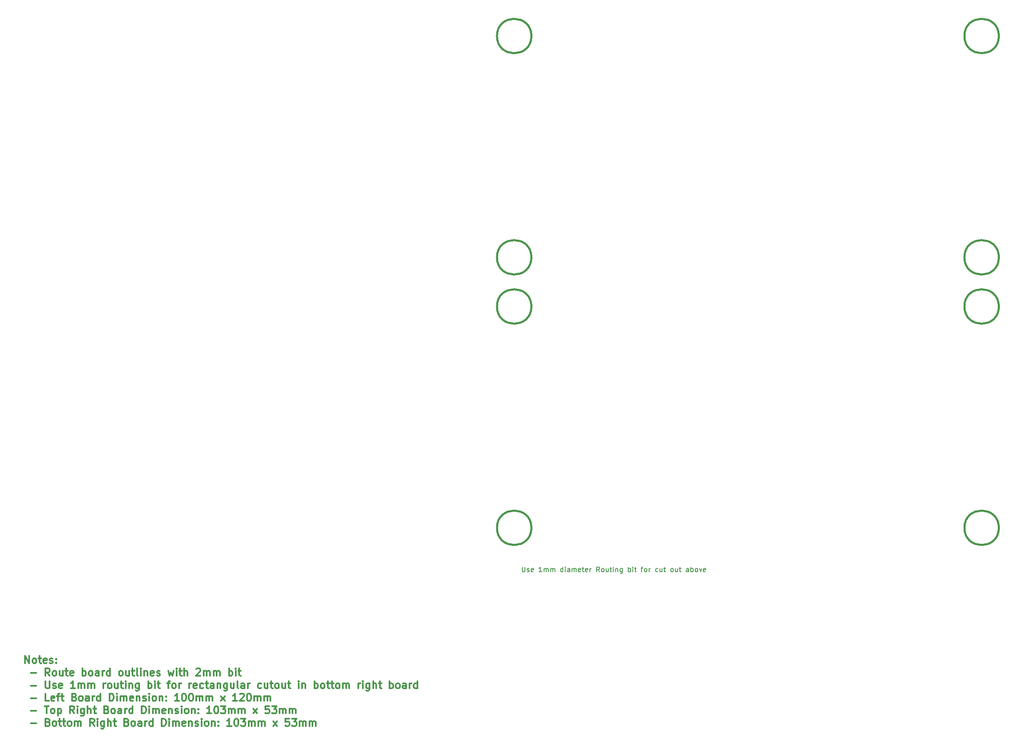
<source format=gbr>
G04 #@! TF.FileFunction,Other,Comment*
%FSLAX46Y46*%
G04 Gerber Fmt 4.6, Leading zero omitted, Abs format (unit mm)*
G04 Created by KiCad (PCBNEW 4.0.7-e2-6376~58~ubuntu16.04.1) date Wed Jun  6 08:16:23 2018*
%MOMM*%
%LPD*%
G01*
G04 APERTURE LIST*
%ADD10C,0.100000*%
%ADD11C,0.300000*%
%ADD12C,0.381000*%
%ADD13C,0.150000*%
G04 APERTURE END LIST*
D10*
D11*
X40607143Y-173803571D02*
X40607143Y-172303571D01*
X41464286Y-173803571D01*
X41464286Y-172303571D01*
X42392858Y-173803571D02*
X42250000Y-173732143D01*
X42178572Y-173660714D01*
X42107143Y-173517857D01*
X42107143Y-173089286D01*
X42178572Y-172946429D01*
X42250000Y-172875000D01*
X42392858Y-172803571D01*
X42607143Y-172803571D01*
X42750000Y-172875000D01*
X42821429Y-172946429D01*
X42892858Y-173089286D01*
X42892858Y-173517857D01*
X42821429Y-173660714D01*
X42750000Y-173732143D01*
X42607143Y-173803571D01*
X42392858Y-173803571D01*
X43321429Y-172803571D02*
X43892858Y-172803571D01*
X43535715Y-172303571D02*
X43535715Y-173589286D01*
X43607143Y-173732143D01*
X43750001Y-173803571D01*
X43892858Y-173803571D01*
X44964286Y-173732143D02*
X44821429Y-173803571D01*
X44535715Y-173803571D01*
X44392858Y-173732143D01*
X44321429Y-173589286D01*
X44321429Y-173017857D01*
X44392858Y-172875000D01*
X44535715Y-172803571D01*
X44821429Y-172803571D01*
X44964286Y-172875000D01*
X45035715Y-173017857D01*
X45035715Y-173160714D01*
X44321429Y-173303571D01*
X45607143Y-173732143D02*
X45750000Y-173803571D01*
X46035715Y-173803571D01*
X46178572Y-173732143D01*
X46250000Y-173589286D01*
X46250000Y-173517857D01*
X46178572Y-173375000D01*
X46035715Y-173303571D01*
X45821429Y-173303571D01*
X45678572Y-173232143D01*
X45607143Y-173089286D01*
X45607143Y-173017857D01*
X45678572Y-172875000D01*
X45821429Y-172803571D01*
X46035715Y-172803571D01*
X46178572Y-172875000D01*
X46892858Y-173660714D02*
X46964286Y-173732143D01*
X46892858Y-173803571D01*
X46821429Y-173732143D01*
X46892858Y-173660714D01*
X46892858Y-173803571D01*
X46892858Y-172875000D02*
X46964286Y-172946429D01*
X46892858Y-173017857D01*
X46821429Y-172946429D01*
X46892858Y-172875000D01*
X46892858Y-173017857D01*
X41750000Y-175782143D02*
X42892857Y-175782143D01*
X45607143Y-176353571D02*
X45107143Y-175639286D01*
X44750000Y-176353571D02*
X44750000Y-174853571D01*
X45321428Y-174853571D01*
X45464286Y-174925000D01*
X45535714Y-174996429D01*
X45607143Y-175139286D01*
X45607143Y-175353571D01*
X45535714Y-175496429D01*
X45464286Y-175567857D01*
X45321428Y-175639286D01*
X44750000Y-175639286D01*
X46464286Y-176353571D02*
X46321428Y-176282143D01*
X46250000Y-176210714D01*
X46178571Y-176067857D01*
X46178571Y-175639286D01*
X46250000Y-175496429D01*
X46321428Y-175425000D01*
X46464286Y-175353571D01*
X46678571Y-175353571D01*
X46821428Y-175425000D01*
X46892857Y-175496429D01*
X46964286Y-175639286D01*
X46964286Y-176067857D01*
X46892857Y-176210714D01*
X46821428Y-176282143D01*
X46678571Y-176353571D01*
X46464286Y-176353571D01*
X48250000Y-175353571D02*
X48250000Y-176353571D01*
X47607143Y-175353571D02*
X47607143Y-176139286D01*
X47678571Y-176282143D01*
X47821429Y-176353571D01*
X48035714Y-176353571D01*
X48178571Y-176282143D01*
X48250000Y-176210714D01*
X48750000Y-175353571D02*
X49321429Y-175353571D01*
X48964286Y-174853571D02*
X48964286Y-176139286D01*
X49035714Y-176282143D01*
X49178572Y-176353571D01*
X49321429Y-176353571D01*
X50392857Y-176282143D02*
X50250000Y-176353571D01*
X49964286Y-176353571D01*
X49821429Y-176282143D01*
X49750000Y-176139286D01*
X49750000Y-175567857D01*
X49821429Y-175425000D01*
X49964286Y-175353571D01*
X50250000Y-175353571D01*
X50392857Y-175425000D01*
X50464286Y-175567857D01*
X50464286Y-175710714D01*
X49750000Y-175853571D01*
X52250000Y-176353571D02*
X52250000Y-174853571D01*
X52250000Y-175425000D02*
X52392857Y-175353571D01*
X52678571Y-175353571D01*
X52821428Y-175425000D01*
X52892857Y-175496429D01*
X52964286Y-175639286D01*
X52964286Y-176067857D01*
X52892857Y-176210714D01*
X52821428Y-176282143D01*
X52678571Y-176353571D01*
X52392857Y-176353571D01*
X52250000Y-176282143D01*
X53821429Y-176353571D02*
X53678571Y-176282143D01*
X53607143Y-176210714D01*
X53535714Y-176067857D01*
X53535714Y-175639286D01*
X53607143Y-175496429D01*
X53678571Y-175425000D01*
X53821429Y-175353571D01*
X54035714Y-175353571D01*
X54178571Y-175425000D01*
X54250000Y-175496429D01*
X54321429Y-175639286D01*
X54321429Y-176067857D01*
X54250000Y-176210714D01*
X54178571Y-176282143D01*
X54035714Y-176353571D01*
X53821429Y-176353571D01*
X55607143Y-176353571D02*
X55607143Y-175567857D01*
X55535714Y-175425000D01*
X55392857Y-175353571D01*
X55107143Y-175353571D01*
X54964286Y-175425000D01*
X55607143Y-176282143D02*
X55464286Y-176353571D01*
X55107143Y-176353571D01*
X54964286Y-176282143D01*
X54892857Y-176139286D01*
X54892857Y-175996429D01*
X54964286Y-175853571D01*
X55107143Y-175782143D01*
X55464286Y-175782143D01*
X55607143Y-175710714D01*
X56321429Y-176353571D02*
X56321429Y-175353571D01*
X56321429Y-175639286D02*
X56392857Y-175496429D01*
X56464286Y-175425000D01*
X56607143Y-175353571D01*
X56750000Y-175353571D01*
X57892857Y-176353571D02*
X57892857Y-174853571D01*
X57892857Y-176282143D02*
X57750000Y-176353571D01*
X57464286Y-176353571D01*
X57321428Y-176282143D01*
X57250000Y-176210714D01*
X57178571Y-176067857D01*
X57178571Y-175639286D01*
X57250000Y-175496429D01*
X57321428Y-175425000D01*
X57464286Y-175353571D01*
X57750000Y-175353571D01*
X57892857Y-175425000D01*
X59964286Y-176353571D02*
X59821428Y-176282143D01*
X59750000Y-176210714D01*
X59678571Y-176067857D01*
X59678571Y-175639286D01*
X59750000Y-175496429D01*
X59821428Y-175425000D01*
X59964286Y-175353571D01*
X60178571Y-175353571D01*
X60321428Y-175425000D01*
X60392857Y-175496429D01*
X60464286Y-175639286D01*
X60464286Y-176067857D01*
X60392857Y-176210714D01*
X60321428Y-176282143D01*
X60178571Y-176353571D01*
X59964286Y-176353571D01*
X61750000Y-175353571D02*
X61750000Y-176353571D01*
X61107143Y-175353571D02*
X61107143Y-176139286D01*
X61178571Y-176282143D01*
X61321429Y-176353571D01*
X61535714Y-176353571D01*
X61678571Y-176282143D01*
X61750000Y-176210714D01*
X62250000Y-175353571D02*
X62821429Y-175353571D01*
X62464286Y-174853571D02*
X62464286Y-176139286D01*
X62535714Y-176282143D01*
X62678572Y-176353571D01*
X62821429Y-176353571D01*
X63535715Y-176353571D02*
X63392857Y-176282143D01*
X63321429Y-176139286D01*
X63321429Y-174853571D01*
X64107143Y-176353571D02*
X64107143Y-175353571D01*
X64107143Y-174853571D02*
X64035714Y-174925000D01*
X64107143Y-174996429D01*
X64178571Y-174925000D01*
X64107143Y-174853571D01*
X64107143Y-174996429D01*
X64821429Y-175353571D02*
X64821429Y-176353571D01*
X64821429Y-175496429D02*
X64892857Y-175425000D01*
X65035715Y-175353571D01*
X65250000Y-175353571D01*
X65392857Y-175425000D01*
X65464286Y-175567857D01*
X65464286Y-176353571D01*
X66750000Y-176282143D02*
X66607143Y-176353571D01*
X66321429Y-176353571D01*
X66178572Y-176282143D01*
X66107143Y-176139286D01*
X66107143Y-175567857D01*
X66178572Y-175425000D01*
X66321429Y-175353571D01*
X66607143Y-175353571D01*
X66750000Y-175425000D01*
X66821429Y-175567857D01*
X66821429Y-175710714D01*
X66107143Y-175853571D01*
X67392857Y-176282143D02*
X67535714Y-176353571D01*
X67821429Y-176353571D01*
X67964286Y-176282143D01*
X68035714Y-176139286D01*
X68035714Y-176067857D01*
X67964286Y-175925000D01*
X67821429Y-175853571D01*
X67607143Y-175853571D01*
X67464286Y-175782143D01*
X67392857Y-175639286D01*
X67392857Y-175567857D01*
X67464286Y-175425000D01*
X67607143Y-175353571D01*
X67821429Y-175353571D01*
X67964286Y-175425000D01*
X69678572Y-175353571D02*
X69964286Y-176353571D01*
X70250000Y-175639286D01*
X70535715Y-176353571D01*
X70821429Y-175353571D01*
X71392858Y-176353571D02*
X71392858Y-175353571D01*
X71392858Y-174853571D02*
X71321429Y-174925000D01*
X71392858Y-174996429D01*
X71464286Y-174925000D01*
X71392858Y-174853571D01*
X71392858Y-174996429D01*
X71892858Y-175353571D02*
X72464287Y-175353571D01*
X72107144Y-174853571D02*
X72107144Y-176139286D01*
X72178572Y-176282143D01*
X72321430Y-176353571D01*
X72464287Y-176353571D01*
X72964287Y-176353571D02*
X72964287Y-174853571D01*
X73607144Y-176353571D02*
X73607144Y-175567857D01*
X73535715Y-175425000D01*
X73392858Y-175353571D01*
X73178573Y-175353571D01*
X73035715Y-175425000D01*
X72964287Y-175496429D01*
X75392858Y-174996429D02*
X75464287Y-174925000D01*
X75607144Y-174853571D01*
X75964287Y-174853571D01*
X76107144Y-174925000D01*
X76178573Y-174996429D01*
X76250001Y-175139286D01*
X76250001Y-175282143D01*
X76178573Y-175496429D01*
X75321430Y-176353571D01*
X76250001Y-176353571D01*
X76892858Y-176353571D02*
X76892858Y-175353571D01*
X76892858Y-175496429D02*
X76964286Y-175425000D01*
X77107144Y-175353571D01*
X77321429Y-175353571D01*
X77464286Y-175425000D01*
X77535715Y-175567857D01*
X77535715Y-176353571D01*
X77535715Y-175567857D02*
X77607144Y-175425000D01*
X77750001Y-175353571D01*
X77964286Y-175353571D01*
X78107144Y-175425000D01*
X78178572Y-175567857D01*
X78178572Y-176353571D01*
X78892858Y-176353571D02*
X78892858Y-175353571D01*
X78892858Y-175496429D02*
X78964286Y-175425000D01*
X79107144Y-175353571D01*
X79321429Y-175353571D01*
X79464286Y-175425000D01*
X79535715Y-175567857D01*
X79535715Y-176353571D01*
X79535715Y-175567857D02*
X79607144Y-175425000D01*
X79750001Y-175353571D01*
X79964286Y-175353571D01*
X80107144Y-175425000D01*
X80178572Y-175567857D01*
X80178572Y-176353571D01*
X82035715Y-176353571D02*
X82035715Y-174853571D01*
X82035715Y-175425000D02*
X82178572Y-175353571D01*
X82464286Y-175353571D01*
X82607143Y-175425000D01*
X82678572Y-175496429D01*
X82750001Y-175639286D01*
X82750001Y-176067857D01*
X82678572Y-176210714D01*
X82607143Y-176282143D01*
X82464286Y-176353571D01*
X82178572Y-176353571D01*
X82035715Y-176282143D01*
X83392858Y-176353571D02*
X83392858Y-175353571D01*
X83392858Y-174853571D02*
X83321429Y-174925000D01*
X83392858Y-174996429D01*
X83464286Y-174925000D01*
X83392858Y-174853571D01*
X83392858Y-174996429D01*
X83892858Y-175353571D02*
X84464287Y-175353571D01*
X84107144Y-174853571D02*
X84107144Y-176139286D01*
X84178572Y-176282143D01*
X84321430Y-176353571D01*
X84464287Y-176353571D01*
X41750000Y-178332143D02*
X42892857Y-178332143D01*
X44750000Y-177403571D02*
X44750000Y-178617857D01*
X44821428Y-178760714D01*
X44892857Y-178832143D01*
X45035714Y-178903571D01*
X45321428Y-178903571D01*
X45464286Y-178832143D01*
X45535714Y-178760714D01*
X45607143Y-178617857D01*
X45607143Y-177403571D01*
X46250000Y-178832143D02*
X46392857Y-178903571D01*
X46678572Y-178903571D01*
X46821429Y-178832143D01*
X46892857Y-178689286D01*
X46892857Y-178617857D01*
X46821429Y-178475000D01*
X46678572Y-178403571D01*
X46464286Y-178403571D01*
X46321429Y-178332143D01*
X46250000Y-178189286D01*
X46250000Y-178117857D01*
X46321429Y-177975000D01*
X46464286Y-177903571D01*
X46678572Y-177903571D01*
X46821429Y-177975000D01*
X48107143Y-178832143D02*
X47964286Y-178903571D01*
X47678572Y-178903571D01*
X47535715Y-178832143D01*
X47464286Y-178689286D01*
X47464286Y-178117857D01*
X47535715Y-177975000D01*
X47678572Y-177903571D01*
X47964286Y-177903571D01*
X48107143Y-177975000D01*
X48178572Y-178117857D01*
X48178572Y-178260714D01*
X47464286Y-178403571D01*
X50750000Y-178903571D02*
X49892857Y-178903571D01*
X50321429Y-178903571D02*
X50321429Y-177403571D01*
X50178572Y-177617857D01*
X50035714Y-177760714D01*
X49892857Y-177832143D01*
X51392857Y-178903571D02*
X51392857Y-177903571D01*
X51392857Y-178046429D02*
X51464285Y-177975000D01*
X51607143Y-177903571D01*
X51821428Y-177903571D01*
X51964285Y-177975000D01*
X52035714Y-178117857D01*
X52035714Y-178903571D01*
X52035714Y-178117857D02*
X52107143Y-177975000D01*
X52250000Y-177903571D01*
X52464285Y-177903571D01*
X52607143Y-177975000D01*
X52678571Y-178117857D01*
X52678571Y-178903571D01*
X53392857Y-178903571D02*
X53392857Y-177903571D01*
X53392857Y-178046429D02*
X53464285Y-177975000D01*
X53607143Y-177903571D01*
X53821428Y-177903571D01*
X53964285Y-177975000D01*
X54035714Y-178117857D01*
X54035714Y-178903571D01*
X54035714Y-178117857D02*
X54107143Y-177975000D01*
X54250000Y-177903571D01*
X54464285Y-177903571D01*
X54607143Y-177975000D01*
X54678571Y-178117857D01*
X54678571Y-178903571D01*
X56535714Y-178903571D02*
X56535714Y-177903571D01*
X56535714Y-178189286D02*
X56607142Y-178046429D01*
X56678571Y-177975000D01*
X56821428Y-177903571D01*
X56964285Y-177903571D01*
X57678571Y-178903571D02*
X57535713Y-178832143D01*
X57464285Y-178760714D01*
X57392856Y-178617857D01*
X57392856Y-178189286D01*
X57464285Y-178046429D01*
X57535713Y-177975000D01*
X57678571Y-177903571D01*
X57892856Y-177903571D01*
X58035713Y-177975000D01*
X58107142Y-178046429D01*
X58178571Y-178189286D01*
X58178571Y-178617857D01*
X58107142Y-178760714D01*
X58035713Y-178832143D01*
X57892856Y-178903571D01*
X57678571Y-178903571D01*
X59464285Y-177903571D02*
X59464285Y-178903571D01*
X58821428Y-177903571D02*
X58821428Y-178689286D01*
X58892856Y-178832143D01*
X59035714Y-178903571D01*
X59249999Y-178903571D01*
X59392856Y-178832143D01*
X59464285Y-178760714D01*
X59964285Y-177903571D02*
X60535714Y-177903571D01*
X60178571Y-177403571D02*
X60178571Y-178689286D01*
X60249999Y-178832143D01*
X60392857Y-178903571D01*
X60535714Y-178903571D01*
X61035714Y-178903571D02*
X61035714Y-177903571D01*
X61035714Y-177403571D02*
X60964285Y-177475000D01*
X61035714Y-177546429D01*
X61107142Y-177475000D01*
X61035714Y-177403571D01*
X61035714Y-177546429D01*
X61750000Y-177903571D02*
X61750000Y-178903571D01*
X61750000Y-178046429D02*
X61821428Y-177975000D01*
X61964286Y-177903571D01*
X62178571Y-177903571D01*
X62321428Y-177975000D01*
X62392857Y-178117857D01*
X62392857Y-178903571D01*
X63750000Y-177903571D02*
X63750000Y-179117857D01*
X63678571Y-179260714D01*
X63607143Y-179332143D01*
X63464286Y-179403571D01*
X63250000Y-179403571D01*
X63107143Y-179332143D01*
X63750000Y-178832143D02*
X63607143Y-178903571D01*
X63321429Y-178903571D01*
X63178571Y-178832143D01*
X63107143Y-178760714D01*
X63035714Y-178617857D01*
X63035714Y-178189286D01*
X63107143Y-178046429D01*
X63178571Y-177975000D01*
X63321429Y-177903571D01*
X63607143Y-177903571D01*
X63750000Y-177975000D01*
X65607143Y-178903571D02*
X65607143Y-177403571D01*
X65607143Y-177975000D02*
X65750000Y-177903571D01*
X66035714Y-177903571D01*
X66178571Y-177975000D01*
X66250000Y-178046429D01*
X66321429Y-178189286D01*
X66321429Y-178617857D01*
X66250000Y-178760714D01*
X66178571Y-178832143D01*
X66035714Y-178903571D01*
X65750000Y-178903571D01*
X65607143Y-178832143D01*
X66964286Y-178903571D02*
X66964286Y-177903571D01*
X66964286Y-177403571D02*
X66892857Y-177475000D01*
X66964286Y-177546429D01*
X67035714Y-177475000D01*
X66964286Y-177403571D01*
X66964286Y-177546429D01*
X67464286Y-177903571D02*
X68035715Y-177903571D01*
X67678572Y-177403571D02*
X67678572Y-178689286D01*
X67750000Y-178832143D01*
X67892858Y-178903571D01*
X68035715Y-178903571D01*
X69464286Y-177903571D02*
X70035715Y-177903571D01*
X69678572Y-178903571D02*
X69678572Y-177617857D01*
X69750000Y-177475000D01*
X69892858Y-177403571D01*
X70035715Y-177403571D01*
X70750001Y-178903571D02*
X70607143Y-178832143D01*
X70535715Y-178760714D01*
X70464286Y-178617857D01*
X70464286Y-178189286D01*
X70535715Y-178046429D01*
X70607143Y-177975000D01*
X70750001Y-177903571D01*
X70964286Y-177903571D01*
X71107143Y-177975000D01*
X71178572Y-178046429D01*
X71250001Y-178189286D01*
X71250001Y-178617857D01*
X71178572Y-178760714D01*
X71107143Y-178832143D01*
X70964286Y-178903571D01*
X70750001Y-178903571D01*
X71892858Y-178903571D02*
X71892858Y-177903571D01*
X71892858Y-178189286D02*
X71964286Y-178046429D01*
X72035715Y-177975000D01*
X72178572Y-177903571D01*
X72321429Y-177903571D01*
X73964286Y-178903571D02*
X73964286Y-177903571D01*
X73964286Y-178189286D02*
X74035714Y-178046429D01*
X74107143Y-177975000D01*
X74250000Y-177903571D01*
X74392857Y-177903571D01*
X75464285Y-178832143D02*
X75321428Y-178903571D01*
X75035714Y-178903571D01*
X74892857Y-178832143D01*
X74821428Y-178689286D01*
X74821428Y-178117857D01*
X74892857Y-177975000D01*
X75035714Y-177903571D01*
X75321428Y-177903571D01*
X75464285Y-177975000D01*
X75535714Y-178117857D01*
X75535714Y-178260714D01*
X74821428Y-178403571D01*
X76821428Y-178832143D02*
X76678571Y-178903571D01*
X76392857Y-178903571D01*
X76249999Y-178832143D01*
X76178571Y-178760714D01*
X76107142Y-178617857D01*
X76107142Y-178189286D01*
X76178571Y-178046429D01*
X76249999Y-177975000D01*
X76392857Y-177903571D01*
X76678571Y-177903571D01*
X76821428Y-177975000D01*
X77249999Y-177903571D02*
X77821428Y-177903571D01*
X77464285Y-177403571D02*
X77464285Y-178689286D01*
X77535713Y-178832143D01*
X77678571Y-178903571D01*
X77821428Y-178903571D01*
X78964285Y-178903571D02*
X78964285Y-178117857D01*
X78892856Y-177975000D01*
X78749999Y-177903571D01*
X78464285Y-177903571D01*
X78321428Y-177975000D01*
X78964285Y-178832143D02*
X78821428Y-178903571D01*
X78464285Y-178903571D01*
X78321428Y-178832143D01*
X78249999Y-178689286D01*
X78249999Y-178546429D01*
X78321428Y-178403571D01*
X78464285Y-178332143D01*
X78821428Y-178332143D01*
X78964285Y-178260714D01*
X79678571Y-177903571D02*
X79678571Y-178903571D01*
X79678571Y-178046429D02*
X79749999Y-177975000D01*
X79892857Y-177903571D01*
X80107142Y-177903571D01*
X80249999Y-177975000D01*
X80321428Y-178117857D01*
X80321428Y-178903571D01*
X81678571Y-177903571D02*
X81678571Y-179117857D01*
X81607142Y-179260714D01*
X81535714Y-179332143D01*
X81392857Y-179403571D01*
X81178571Y-179403571D01*
X81035714Y-179332143D01*
X81678571Y-178832143D02*
X81535714Y-178903571D01*
X81250000Y-178903571D01*
X81107142Y-178832143D01*
X81035714Y-178760714D01*
X80964285Y-178617857D01*
X80964285Y-178189286D01*
X81035714Y-178046429D01*
X81107142Y-177975000D01*
X81250000Y-177903571D01*
X81535714Y-177903571D01*
X81678571Y-177975000D01*
X83035714Y-177903571D02*
X83035714Y-178903571D01*
X82392857Y-177903571D02*
X82392857Y-178689286D01*
X82464285Y-178832143D01*
X82607143Y-178903571D01*
X82821428Y-178903571D01*
X82964285Y-178832143D01*
X83035714Y-178760714D01*
X83964286Y-178903571D02*
X83821428Y-178832143D01*
X83750000Y-178689286D01*
X83750000Y-177403571D01*
X85178571Y-178903571D02*
X85178571Y-178117857D01*
X85107142Y-177975000D01*
X84964285Y-177903571D01*
X84678571Y-177903571D01*
X84535714Y-177975000D01*
X85178571Y-178832143D02*
X85035714Y-178903571D01*
X84678571Y-178903571D01*
X84535714Y-178832143D01*
X84464285Y-178689286D01*
X84464285Y-178546429D01*
X84535714Y-178403571D01*
X84678571Y-178332143D01*
X85035714Y-178332143D01*
X85178571Y-178260714D01*
X85892857Y-178903571D02*
X85892857Y-177903571D01*
X85892857Y-178189286D02*
X85964285Y-178046429D01*
X86035714Y-177975000D01*
X86178571Y-177903571D01*
X86321428Y-177903571D01*
X88607142Y-178832143D02*
X88464285Y-178903571D01*
X88178571Y-178903571D01*
X88035713Y-178832143D01*
X87964285Y-178760714D01*
X87892856Y-178617857D01*
X87892856Y-178189286D01*
X87964285Y-178046429D01*
X88035713Y-177975000D01*
X88178571Y-177903571D01*
X88464285Y-177903571D01*
X88607142Y-177975000D01*
X89892856Y-177903571D02*
X89892856Y-178903571D01*
X89249999Y-177903571D02*
X89249999Y-178689286D01*
X89321427Y-178832143D01*
X89464285Y-178903571D01*
X89678570Y-178903571D01*
X89821427Y-178832143D01*
X89892856Y-178760714D01*
X90392856Y-177903571D02*
X90964285Y-177903571D01*
X90607142Y-177403571D02*
X90607142Y-178689286D01*
X90678570Y-178832143D01*
X90821428Y-178903571D01*
X90964285Y-178903571D01*
X91678571Y-178903571D02*
X91535713Y-178832143D01*
X91464285Y-178760714D01*
X91392856Y-178617857D01*
X91392856Y-178189286D01*
X91464285Y-178046429D01*
X91535713Y-177975000D01*
X91678571Y-177903571D01*
X91892856Y-177903571D01*
X92035713Y-177975000D01*
X92107142Y-178046429D01*
X92178571Y-178189286D01*
X92178571Y-178617857D01*
X92107142Y-178760714D01*
X92035713Y-178832143D01*
X91892856Y-178903571D01*
X91678571Y-178903571D01*
X93464285Y-177903571D02*
X93464285Y-178903571D01*
X92821428Y-177903571D02*
X92821428Y-178689286D01*
X92892856Y-178832143D01*
X93035714Y-178903571D01*
X93249999Y-178903571D01*
X93392856Y-178832143D01*
X93464285Y-178760714D01*
X93964285Y-177903571D02*
X94535714Y-177903571D01*
X94178571Y-177403571D02*
X94178571Y-178689286D01*
X94249999Y-178832143D01*
X94392857Y-178903571D01*
X94535714Y-178903571D01*
X96178571Y-178903571D02*
X96178571Y-177903571D01*
X96178571Y-177403571D02*
X96107142Y-177475000D01*
X96178571Y-177546429D01*
X96249999Y-177475000D01*
X96178571Y-177403571D01*
X96178571Y-177546429D01*
X96892857Y-177903571D02*
X96892857Y-178903571D01*
X96892857Y-178046429D02*
X96964285Y-177975000D01*
X97107143Y-177903571D01*
X97321428Y-177903571D01*
X97464285Y-177975000D01*
X97535714Y-178117857D01*
X97535714Y-178903571D01*
X99392857Y-178903571D02*
X99392857Y-177403571D01*
X99392857Y-177975000D02*
X99535714Y-177903571D01*
X99821428Y-177903571D01*
X99964285Y-177975000D01*
X100035714Y-178046429D01*
X100107143Y-178189286D01*
X100107143Y-178617857D01*
X100035714Y-178760714D01*
X99964285Y-178832143D01*
X99821428Y-178903571D01*
X99535714Y-178903571D01*
X99392857Y-178832143D01*
X100964286Y-178903571D02*
X100821428Y-178832143D01*
X100750000Y-178760714D01*
X100678571Y-178617857D01*
X100678571Y-178189286D01*
X100750000Y-178046429D01*
X100821428Y-177975000D01*
X100964286Y-177903571D01*
X101178571Y-177903571D01*
X101321428Y-177975000D01*
X101392857Y-178046429D01*
X101464286Y-178189286D01*
X101464286Y-178617857D01*
X101392857Y-178760714D01*
X101321428Y-178832143D01*
X101178571Y-178903571D01*
X100964286Y-178903571D01*
X101892857Y-177903571D02*
X102464286Y-177903571D01*
X102107143Y-177403571D02*
X102107143Y-178689286D01*
X102178571Y-178832143D01*
X102321429Y-178903571D01*
X102464286Y-178903571D01*
X102750000Y-177903571D02*
X103321429Y-177903571D01*
X102964286Y-177403571D02*
X102964286Y-178689286D01*
X103035714Y-178832143D01*
X103178572Y-178903571D01*
X103321429Y-178903571D01*
X104035715Y-178903571D02*
X103892857Y-178832143D01*
X103821429Y-178760714D01*
X103750000Y-178617857D01*
X103750000Y-178189286D01*
X103821429Y-178046429D01*
X103892857Y-177975000D01*
X104035715Y-177903571D01*
X104250000Y-177903571D01*
X104392857Y-177975000D01*
X104464286Y-178046429D01*
X104535715Y-178189286D01*
X104535715Y-178617857D01*
X104464286Y-178760714D01*
X104392857Y-178832143D01*
X104250000Y-178903571D01*
X104035715Y-178903571D01*
X105178572Y-178903571D02*
X105178572Y-177903571D01*
X105178572Y-178046429D02*
X105250000Y-177975000D01*
X105392858Y-177903571D01*
X105607143Y-177903571D01*
X105750000Y-177975000D01*
X105821429Y-178117857D01*
X105821429Y-178903571D01*
X105821429Y-178117857D02*
X105892858Y-177975000D01*
X106035715Y-177903571D01*
X106250000Y-177903571D01*
X106392858Y-177975000D01*
X106464286Y-178117857D01*
X106464286Y-178903571D01*
X108321429Y-178903571D02*
X108321429Y-177903571D01*
X108321429Y-178189286D02*
X108392857Y-178046429D01*
X108464286Y-177975000D01*
X108607143Y-177903571D01*
X108750000Y-177903571D01*
X109250000Y-178903571D02*
X109250000Y-177903571D01*
X109250000Y-177403571D02*
X109178571Y-177475000D01*
X109250000Y-177546429D01*
X109321428Y-177475000D01*
X109250000Y-177403571D01*
X109250000Y-177546429D01*
X110607143Y-177903571D02*
X110607143Y-179117857D01*
X110535714Y-179260714D01*
X110464286Y-179332143D01*
X110321429Y-179403571D01*
X110107143Y-179403571D01*
X109964286Y-179332143D01*
X110607143Y-178832143D02*
X110464286Y-178903571D01*
X110178572Y-178903571D01*
X110035714Y-178832143D01*
X109964286Y-178760714D01*
X109892857Y-178617857D01*
X109892857Y-178189286D01*
X109964286Y-178046429D01*
X110035714Y-177975000D01*
X110178572Y-177903571D01*
X110464286Y-177903571D01*
X110607143Y-177975000D01*
X111321429Y-178903571D02*
X111321429Y-177403571D01*
X111964286Y-178903571D02*
X111964286Y-178117857D01*
X111892857Y-177975000D01*
X111750000Y-177903571D01*
X111535715Y-177903571D01*
X111392857Y-177975000D01*
X111321429Y-178046429D01*
X112464286Y-177903571D02*
X113035715Y-177903571D01*
X112678572Y-177403571D02*
X112678572Y-178689286D01*
X112750000Y-178832143D01*
X112892858Y-178903571D01*
X113035715Y-178903571D01*
X114678572Y-178903571D02*
X114678572Y-177403571D01*
X114678572Y-177975000D02*
X114821429Y-177903571D01*
X115107143Y-177903571D01*
X115250000Y-177975000D01*
X115321429Y-178046429D01*
X115392858Y-178189286D01*
X115392858Y-178617857D01*
X115321429Y-178760714D01*
X115250000Y-178832143D01*
X115107143Y-178903571D01*
X114821429Y-178903571D01*
X114678572Y-178832143D01*
X116250001Y-178903571D02*
X116107143Y-178832143D01*
X116035715Y-178760714D01*
X115964286Y-178617857D01*
X115964286Y-178189286D01*
X116035715Y-178046429D01*
X116107143Y-177975000D01*
X116250001Y-177903571D01*
X116464286Y-177903571D01*
X116607143Y-177975000D01*
X116678572Y-178046429D01*
X116750001Y-178189286D01*
X116750001Y-178617857D01*
X116678572Y-178760714D01*
X116607143Y-178832143D01*
X116464286Y-178903571D01*
X116250001Y-178903571D01*
X118035715Y-178903571D02*
X118035715Y-178117857D01*
X117964286Y-177975000D01*
X117821429Y-177903571D01*
X117535715Y-177903571D01*
X117392858Y-177975000D01*
X118035715Y-178832143D02*
X117892858Y-178903571D01*
X117535715Y-178903571D01*
X117392858Y-178832143D01*
X117321429Y-178689286D01*
X117321429Y-178546429D01*
X117392858Y-178403571D01*
X117535715Y-178332143D01*
X117892858Y-178332143D01*
X118035715Y-178260714D01*
X118750001Y-178903571D02*
X118750001Y-177903571D01*
X118750001Y-178189286D02*
X118821429Y-178046429D01*
X118892858Y-177975000D01*
X119035715Y-177903571D01*
X119178572Y-177903571D01*
X120321429Y-178903571D02*
X120321429Y-177403571D01*
X120321429Y-178832143D02*
X120178572Y-178903571D01*
X119892858Y-178903571D01*
X119750000Y-178832143D01*
X119678572Y-178760714D01*
X119607143Y-178617857D01*
X119607143Y-178189286D01*
X119678572Y-178046429D01*
X119750000Y-177975000D01*
X119892858Y-177903571D01*
X120178572Y-177903571D01*
X120321429Y-177975000D01*
X41750000Y-180882143D02*
X42892857Y-180882143D01*
X45464286Y-181453571D02*
X44750000Y-181453571D01*
X44750000Y-179953571D01*
X46535714Y-181382143D02*
X46392857Y-181453571D01*
X46107143Y-181453571D01*
X45964286Y-181382143D01*
X45892857Y-181239286D01*
X45892857Y-180667857D01*
X45964286Y-180525000D01*
X46107143Y-180453571D01*
X46392857Y-180453571D01*
X46535714Y-180525000D01*
X46607143Y-180667857D01*
X46607143Y-180810714D01*
X45892857Y-180953571D01*
X47035714Y-180453571D02*
X47607143Y-180453571D01*
X47250000Y-181453571D02*
X47250000Y-180167857D01*
X47321428Y-180025000D01*
X47464286Y-179953571D01*
X47607143Y-179953571D01*
X47892857Y-180453571D02*
X48464286Y-180453571D01*
X48107143Y-179953571D02*
X48107143Y-181239286D01*
X48178571Y-181382143D01*
X48321429Y-181453571D01*
X48464286Y-181453571D01*
X50607143Y-180667857D02*
X50821429Y-180739286D01*
X50892857Y-180810714D01*
X50964286Y-180953571D01*
X50964286Y-181167857D01*
X50892857Y-181310714D01*
X50821429Y-181382143D01*
X50678571Y-181453571D01*
X50107143Y-181453571D01*
X50107143Y-179953571D01*
X50607143Y-179953571D01*
X50750000Y-180025000D01*
X50821429Y-180096429D01*
X50892857Y-180239286D01*
X50892857Y-180382143D01*
X50821429Y-180525000D01*
X50750000Y-180596429D01*
X50607143Y-180667857D01*
X50107143Y-180667857D01*
X51821429Y-181453571D02*
X51678571Y-181382143D01*
X51607143Y-181310714D01*
X51535714Y-181167857D01*
X51535714Y-180739286D01*
X51607143Y-180596429D01*
X51678571Y-180525000D01*
X51821429Y-180453571D01*
X52035714Y-180453571D01*
X52178571Y-180525000D01*
X52250000Y-180596429D01*
X52321429Y-180739286D01*
X52321429Y-181167857D01*
X52250000Y-181310714D01*
X52178571Y-181382143D01*
X52035714Y-181453571D01*
X51821429Y-181453571D01*
X53607143Y-181453571D02*
X53607143Y-180667857D01*
X53535714Y-180525000D01*
X53392857Y-180453571D01*
X53107143Y-180453571D01*
X52964286Y-180525000D01*
X53607143Y-181382143D02*
X53464286Y-181453571D01*
X53107143Y-181453571D01*
X52964286Y-181382143D01*
X52892857Y-181239286D01*
X52892857Y-181096429D01*
X52964286Y-180953571D01*
X53107143Y-180882143D01*
X53464286Y-180882143D01*
X53607143Y-180810714D01*
X54321429Y-181453571D02*
X54321429Y-180453571D01*
X54321429Y-180739286D02*
X54392857Y-180596429D01*
X54464286Y-180525000D01*
X54607143Y-180453571D01*
X54750000Y-180453571D01*
X55892857Y-181453571D02*
X55892857Y-179953571D01*
X55892857Y-181382143D02*
X55750000Y-181453571D01*
X55464286Y-181453571D01*
X55321428Y-181382143D01*
X55250000Y-181310714D01*
X55178571Y-181167857D01*
X55178571Y-180739286D01*
X55250000Y-180596429D01*
X55321428Y-180525000D01*
X55464286Y-180453571D01*
X55750000Y-180453571D01*
X55892857Y-180525000D01*
X57750000Y-181453571D02*
X57750000Y-179953571D01*
X58107143Y-179953571D01*
X58321428Y-180025000D01*
X58464286Y-180167857D01*
X58535714Y-180310714D01*
X58607143Y-180596429D01*
X58607143Y-180810714D01*
X58535714Y-181096429D01*
X58464286Y-181239286D01*
X58321428Y-181382143D01*
X58107143Y-181453571D01*
X57750000Y-181453571D01*
X59250000Y-181453571D02*
X59250000Y-180453571D01*
X59250000Y-179953571D02*
X59178571Y-180025000D01*
X59250000Y-180096429D01*
X59321428Y-180025000D01*
X59250000Y-179953571D01*
X59250000Y-180096429D01*
X59964286Y-181453571D02*
X59964286Y-180453571D01*
X59964286Y-180596429D02*
X60035714Y-180525000D01*
X60178572Y-180453571D01*
X60392857Y-180453571D01*
X60535714Y-180525000D01*
X60607143Y-180667857D01*
X60607143Y-181453571D01*
X60607143Y-180667857D02*
X60678572Y-180525000D01*
X60821429Y-180453571D01*
X61035714Y-180453571D01*
X61178572Y-180525000D01*
X61250000Y-180667857D01*
X61250000Y-181453571D01*
X62535714Y-181382143D02*
X62392857Y-181453571D01*
X62107143Y-181453571D01*
X61964286Y-181382143D01*
X61892857Y-181239286D01*
X61892857Y-180667857D01*
X61964286Y-180525000D01*
X62107143Y-180453571D01*
X62392857Y-180453571D01*
X62535714Y-180525000D01*
X62607143Y-180667857D01*
X62607143Y-180810714D01*
X61892857Y-180953571D01*
X63250000Y-180453571D02*
X63250000Y-181453571D01*
X63250000Y-180596429D02*
X63321428Y-180525000D01*
X63464286Y-180453571D01*
X63678571Y-180453571D01*
X63821428Y-180525000D01*
X63892857Y-180667857D01*
X63892857Y-181453571D01*
X64535714Y-181382143D02*
X64678571Y-181453571D01*
X64964286Y-181453571D01*
X65107143Y-181382143D01*
X65178571Y-181239286D01*
X65178571Y-181167857D01*
X65107143Y-181025000D01*
X64964286Y-180953571D01*
X64750000Y-180953571D01*
X64607143Y-180882143D01*
X64535714Y-180739286D01*
X64535714Y-180667857D01*
X64607143Y-180525000D01*
X64750000Y-180453571D01*
X64964286Y-180453571D01*
X65107143Y-180525000D01*
X65821429Y-181453571D02*
X65821429Y-180453571D01*
X65821429Y-179953571D02*
X65750000Y-180025000D01*
X65821429Y-180096429D01*
X65892857Y-180025000D01*
X65821429Y-179953571D01*
X65821429Y-180096429D01*
X66750001Y-181453571D02*
X66607143Y-181382143D01*
X66535715Y-181310714D01*
X66464286Y-181167857D01*
X66464286Y-180739286D01*
X66535715Y-180596429D01*
X66607143Y-180525000D01*
X66750001Y-180453571D01*
X66964286Y-180453571D01*
X67107143Y-180525000D01*
X67178572Y-180596429D01*
X67250001Y-180739286D01*
X67250001Y-181167857D01*
X67178572Y-181310714D01*
X67107143Y-181382143D01*
X66964286Y-181453571D01*
X66750001Y-181453571D01*
X67892858Y-180453571D02*
X67892858Y-181453571D01*
X67892858Y-180596429D02*
X67964286Y-180525000D01*
X68107144Y-180453571D01*
X68321429Y-180453571D01*
X68464286Y-180525000D01*
X68535715Y-180667857D01*
X68535715Y-181453571D01*
X69250001Y-181310714D02*
X69321429Y-181382143D01*
X69250001Y-181453571D01*
X69178572Y-181382143D01*
X69250001Y-181310714D01*
X69250001Y-181453571D01*
X69250001Y-180525000D02*
X69321429Y-180596429D01*
X69250001Y-180667857D01*
X69178572Y-180596429D01*
X69250001Y-180525000D01*
X69250001Y-180667857D01*
X71892858Y-181453571D02*
X71035715Y-181453571D01*
X71464287Y-181453571D02*
X71464287Y-179953571D01*
X71321430Y-180167857D01*
X71178572Y-180310714D01*
X71035715Y-180382143D01*
X72821429Y-179953571D02*
X72964286Y-179953571D01*
X73107143Y-180025000D01*
X73178572Y-180096429D01*
X73250001Y-180239286D01*
X73321429Y-180525000D01*
X73321429Y-180882143D01*
X73250001Y-181167857D01*
X73178572Y-181310714D01*
X73107143Y-181382143D01*
X72964286Y-181453571D01*
X72821429Y-181453571D01*
X72678572Y-181382143D01*
X72607143Y-181310714D01*
X72535715Y-181167857D01*
X72464286Y-180882143D01*
X72464286Y-180525000D01*
X72535715Y-180239286D01*
X72607143Y-180096429D01*
X72678572Y-180025000D01*
X72821429Y-179953571D01*
X74250000Y-179953571D02*
X74392857Y-179953571D01*
X74535714Y-180025000D01*
X74607143Y-180096429D01*
X74678572Y-180239286D01*
X74750000Y-180525000D01*
X74750000Y-180882143D01*
X74678572Y-181167857D01*
X74607143Y-181310714D01*
X74535714Y-181382143D01*
X74392857Y-181453571D01*
X74250000Y-181453571D01*
X74107143Y-181382143D01*
X74035714Y-181310714D01*
X73964286Y-181167857D01*
X73892857Y-180882143D01*
X73892857Y-180525000D01*
X73964286Y-180239286D01*
X74035714Y-180096429D01*
X74107143Y-180025000D01*
X74250000Y-179953571D01*
X75392857Y-181453571D02*
X75392857Y-180453571D01*
X75392857Y-180596429D02*
X75464285Y-180525000D01*
X75607143Y-180453571D01*
X75821428Y-180453571D01*
X75964285Y-180525000D01*
X76035714Y-180667857D01*
X76035714Y-181453571D01*
X76035714Y-180667857D02*
X76107143Y-180525000D01*
X76250000Y-180453571D01*
X76464285Y-180453571D01*
X76607143Y-180525000D01*
X76678571Y-180667857D01*
X76678571Y-181453571D01*
X77392857Y-181453571D02*
X77392857Y-180453571D01*
X77392857Y-180596429D02*
X77464285Y-180525000D01*
X77607143Y-180453571D01*
X77821428Y-180453571D01*
X77964285Y-180525000D01*
X78035714Y-180667857D01*
X78035714Y-181453571D01*
X78035714Y-180667857D02*
X78107143Y-180525000D01*
X78250000Y-180453571D01*
X78464285Y-180453571D01*
X78607143Y-180525000D01*
X78678571Y-180667857D01*
X78678571Y-181453571D01*
X80392857Y-181453571D02*
X81178571Y-180453571D01*
X80392857Y-180453571D02*
X81178571Y-181453571D01*
X83678571Y-181453571D02*
X82821428Y-181453571D01*
X83250000Y-181453571D02*
X83250000Y-179953571D01*
X83107143Y-180167857D01*
X82964285Y-180310714D01*
X82821428Y-180382143D01*
X84249999Y-180096429D02*
X84321428Y-180025000D01*
X84464285Y-179953571D01*
X84821428Y-179953571D01*
X84964285Y-180025000D01*
X85035714Y-180096429D01*
X85107142Y-180239286D01*
X85107142Y-180382143D01*
X85035714Y-180596429D01*
X84178571Y-181453571D01*
X85107142Y-181453571D01*
X86035713Y-179953571D02*
X86178570Y-179953571D01*
X86321427Y-180025000D01*
X86392856Y-180096429D01*
X86464285Y-180239286D01*
X86535713Y-180525000D01*
X86535713Y-180882143D01*
X86464285Y-181167857D01*
X86392856Y-181310714D01*
X86321427Y-181382143D01*
X86178570Y-181453571D01*
X86035713Y-181453571D01*
X85892856Y-181382143D01*
X85821427Y-181310714D01*
X85749999Y-181167857D01*
X85678570Y-180882143D01*
X85678570Y-180525000D01*
X85749999Y-180239286D01*
X85821427Y-180096429D01*
X85892856Y-180025000D01*
X86035713Y-179953571D01*
X87178570Y-181453571D02*
X87178570Y-180453571D01*
X87178570Y-180596429D02*
X87249998Y-180525000D01*
X87392856Y-180453571D01*
X87607141Y-180453571D01*
X87749998Y-180525000D01*
X87821427Y-180667857D01*
X87821427Y-181453571D01*
X87821427Y-180667857D02*
X87892856Y-180525000D01*
X88035713Y-180453571D01*
X88249998Y-180453571D01*
X88392856Y-180525000D01*
X88464284Y-180667857D01*
X88464284Y-181453571D01*
X89178570Y-181453571D02*
X89178570Y-180453571D01*
X89178570Y-180596429D02*
X89249998Y-180525000D01*
X89392856Y-180453571D01*
X89607141Y-180453571D01*
X89749998Y-180525000D01*
X89821427Y-180667857D01*
X89821427Y-181453571D01*
X89821427Y-180667857D02*
X89892856Y-180525000D01*
X90035713Y-180453571D01*
X90249998Y-180453571D01*
X90392856Y-180525000D01*
X90464284Y-180667857D01*
X90464284Y-181453571D01*
X41750000Y-183432143D02*
X42892857Y-183432143D01*
X44535714Y-182503571D02*
X45392857Y-182503571D01*
X44964286Y-184003571D02*
X44964286Y-182503571D01*
X46107143Y-184003571D02*
X45964285Y-183932143D01*
X45892857Y-183860714D01*
X45821428Y-183717857D01*
X45821428Y-183289286D01*
X45892857Y-183146429D01*
X45964285Y-183075000D01*
X46107143Y-183003571D01*
X46321428Y-183003571D01*
X46464285Y-183075000D01*
X46535714Y-183146429D01*
X46607143Y-183289286D01*
X46607143Y-183717857D01*
X46535714Y-183860714D01*
X46464285Y-183932143D01*
X46321428Y-184003571D01*
X46107143Y-184003571D01*
X47250000Y-183003571D02*
X47250000Y-184503571D01*
X47250000Y-183075000D02*
X47392857Y-183003571D01*
X47678571Y-183003571D01*
X47821428Y-183075000D01*
X47892857Y-183146429D01*
X47964286Y-183289286D01*
X47964286Y-183717857D01*
X47892857Y-183860714D01*
X47821428Y-183932143D01*
X47678571Y-184003571D01*
X47392857Y-184003571D01*
X47250000Y-183932143D01*
X50607143Y-184003571D02*
X50107143Y-183289286D01*
X49750000Y-184003571D02*
X49750000Y-182503571D01*
X50321428Y-182503571D01*
X50464286Y-182575000D01*
X50535714Y-182646429D01*
X50607143Y-182789286D01*
X50607143Y-183003571D01*
X50535714Y-183146429D01*
X50464286Y-183217857D01*
X50321428Y-183289286D01*
X49750000Y-183289286D01*
X51250000Y-184003571D02*
X51250000Y-183003571D01*
X51250000Y-182503571D02*
X51178571Y-182575000D01*
X51250000Y-182646429D01*
X51321428Y-182575000D01*
X51250000Y-182503571D01*
X51250000Y-182646429D01*
X52607143Y-183003571D02*
X52607143Y-184217857D01*
X52535714Y-184360714D01*
X52464286Y-184432143D01*
X52321429Y-184503571D01*
X52107143Y-184503571D01*
X51964286Y-184432143D01*
X52607143Y-183932143D02*
X52464286Y-184003571D01*
X52178572Y-184003571D01*
X52035714Y-183932143D01*
X51964286Y-183860714D01*
X51892857Y-183717857D01*
X51892857Y-183289286D01*
X51964286Y-183146429D01*
X52035714Y-183075000D01*
X52178572Y-183003571D01*
X52464286Y-183003571D01*
X52607143Y-183075000D01*
X53321429Y-184003571D02*
X53321429Y-182503571D01*
X53964286Y-184003571D02*
X53964286Y-183217857D01*
X53892857Y-183075000D01*
X53750000Y-183003571D01*
X53535715Y-183003571D01*
X53392857Y-183075000D01*
X53321429Y-183146429D01*
X54464286Y-183003571D02*
X55035715Y-183003571D01*
X54678572Y-182503571D02*
X54678572Y-183789286D01*
X54750000Y-183932143D01*
X54892858Y-184003571D01*
X55035715Y-184003571D01*
X57178572Y-183217857D02*
X57392858Y-183289286D01*
X57464286Y-183360714D01*
X57535715Y-183503571D01*
X57535715Y-183717857D01*
X57464286Y-183860714D01*
X57392858Y-183932143D01*
X57250000Y-184003571D01*
X56678572Y-184003571D01*
X56678572Y-182503571D01*
X57178572Y-182503571D01*
X57321429Y-182575000D01*
X57392858Y-182646429D01*
X57464286Y-182789286D01*
X57464286Y-182932143D01*
X57392858Y-183075000D01*
X57321429Y-183146429D01*
X57178572Y-183217857D01*
X56678572Y-183217857D01*
X58392858Y-184003571D02*
X58250000Y-183932143D01*
X58178572Y-183860714D01*
X58107143Y-183717857D01*
X58107143Y-183289286D01*
X58178572Y-183146429D01*
X58250000Y-183075000D01*
X58392858Y-183003571D01*
X58607143Y-183003571D01*
X58750000Y-183075000D01*
X58821429Y-183146429D01*
X58892858Y-183289286D01*
X58892858Y-183717857D01*
X58821429Y-183860714D01*
X58750000Y-183932143D01*
X58607143Y-184003571D01*
X58392858Y-184003571D01*
X60178572Y-184003571D02*
X60178572Y-183217857D01*
X60107143Y-183075000D01*
X59964286Y-183003571D01*
X59678572Y-183003571D01*
X59535715Y-183075000D01*
X60178572Y-183932143D02*
X60035715Y-184003571D01*
X59678572Y-184003571D01*
X59535715Y-183932143D01*
X59464286Y-183789286D01*
X59464286Y-183646429D01*
X59535715Y-183503571D01*
X59678572Y-183432143D01*
X60035715Y-183432143D01*
X60178572Y-183360714D01*
X60892858Y-184003571D02*
X60892858Y-183003571D01*
X60892858Y-183289286D02*
X60964286Y-183146429D01*
X61035715Y-183075000D01*
X61178572Y-183003571D01*
X61321429Y-183003571D01*
X62464286Y-184003571D02*
X62464286Y-182503571D01*
X62464286Y-183932143D02*
X62321429Y-184003571D01*
X62035715Y-184003571D01*
X61892857Y-183932143D01*
X61821429Y-183860714D01*
X61750000Y-183717857D01*
X61750000Y-183289286D01*
X61821429Y-183146429D01*
X61892857Y-183075000D01*
X62035715Y-183003571D01*
X62321429Y-183003571D01*
X62464286Y-183075000D01*
X64321429Y-184003571D02*
X64321429Y-182503571D01*
X64678572Y-182503571D01*
X64892857Y-182575000D01*
X65035715Y-182717857D01*
X65107143Y-182860714D01*
X65178572Y-183146429D01*
X65178572Y-183360714D01*
X65107143Y-183646429D01*
X65035715Y-183789286D01*
X64892857Y-183932143D01*
X64678572Y-184003571D01*
X64321429Y-184003571D01*
X65821429Y-184003571D02*
X65821429Y-183003571D01*
X65821429Y-182503571D02*
X65750000Y-182575000D01*
X65821429Y-182646429D01*
X65892857Y-182575000D01*
X65821429Y-182503571D01*
X65821429Y-182646429D01*
X66535715Y-184003571D02*
X66535715Y-183003571D01*
X66535715Y-183146429D02*
X66607143Y-183075000D01*
X66750001Y-183003571D01*
X66964286Y-183003571D01*
X67107143Y-183075000D01*
X67178572Y-183217857D01*
X67178572Y-184003571D01*
X67178572Y-183217857D02*
X67250001Y-183075000D01*
X67392858Y-183003571D01*
X67607143Y-183003571D01*
X67750001Y-183075000D01*
X67821429Y-183217857D01*
X67821429Y-184003571D01*
X69107143Y-183932143D02*
X68964286Y-184003571D01*
X68678572Y-184003571D01*
X68535715Y-183932143D01*
X68464286Y-183789286D01*
X68464286Y-183217857D01*
X68535715Y-183075000D01*
X68678572Y-183003571D01*
X68964286Y-183003571D01*
X69107143Y-183075000D01*
X69178572Y-183217857D01*
X69178572Y-183360714D01*
X68464286Y-183503571D01*
X69821429Y-183003571D02*
X69821429Y-184003571D01*
X69821429Y-183146429D02*
X69892857Y-183075000D01*
X70035715Y-183003571D01*
X70250000Y-183003571D01*
X70392857Y-183075000D01*
X70464286Y-183217857D01*
X70464286Y-184003571D01*
X71107143Y-183932143D02*
X71250000Y-184003571D01*
X71535715Y-184003571D01*
X71678572Y-183932143D01*
X71750000Y-183789286D01*
X71750000Y-183717857D01*
X71678572Y-183575000D01*
X71535715Y-183503571D01*
X71321429Y-183503571D01*
X71178572Y-183432143D01*
X71107143Y-183289286D01*
X71107143Y-183217857D01*
X71178572Y-183075000D01*
X71321429Y-183003571D01*
X71535715Y-183003571D01*
X71678572Y-183075000D01*
X72392858Y-184003571D02*
X72392858Y-183003571D01*
X72392858Y-182503571D02*
X72321429Y-182575000D01*
X72392858Y-182646429D01*
X72464286Y-182575000D01*
X72392858Y-182503571D01*
X72392858Y-182646429D01*
X73321430Y-184003571D02*
X73178572Y-183932143D01*
X73107144Y-183860714D01*
X73035715Y-183717857D01*
X73035715Y-183289286D01*
X73107144Y-183146429D01*
X73178572Y-183075000D01*
X73321430Y-183003571D01*
X73535715Y-183003571D01*
X73678572Y-183075000D01*
X73750001Y-183146429D01*
X73821430Y-183289286D01*
X73821430Y-183717857D01*
X73750001Y-183860714D01*
X73678572Y-183932143D01*
X73535715Y-184003571D01*
X73321430Y-184003571D01*
X74464287Y-183003571D02*
X74464287Y-184003571D01*
X74464287Y-183146429D02*
X74535715Y-183075000D01*
X74678573Y-183003571D01*
X74892858Y-183003571D01*
X75035715Y-183075000D01*
X75107144Y-183217857D01*
X75107144Y-184003571D01*
X75821430Y-183860714D02*
X75892858Y-183932143D01*
X75821430Y-184003571D01*
X75750001Y-183932143D01*
X75821430Y-183860714D01*
X75821430Y-184003571D01*
X75821430Y-183075000D02*
X75892858Y-183146429D01*
X75821430Y-183217857D01*
X75750001Y-183146429D01*
X75821430Y-183075000D01*
X75821430Y-183217857D01*
X78464287Y-184003571D02*
X77607144Y-184003571D01*
X78035716Y-184003571D02*
X78035716Y-182503571D01*
X77892859Y-182717857D01*
X77750001Y-182860714D01*
X77607144Y-182932143D01*
X79392858Y-182503571D02*
X79535715Y-182503571D01*
X79678572Y-182575000D01*
X79750001Y-182646429D01*
X79821430Y-182789286D01*
X79892858Y-183075000D01*
X79892858Y-183432143D01*
X79821430Y-183717857D01*
X79750001Y-183860714D01*
X79678572Y-183932143D01*
X79535715Y-184003571D01*
X79392858Y-184003571D01*
X79250001Y-183932143D01*
X79178572Y-183860714D01*
X79107144Y-183717857D01*
X79035715Y-183432143D01*
X79035715Y-183075000D01*
X79107144Y-182789286D01*
X79178572Y-182646429D01*
X79250001Y-182575000D01*
X79392858Y-182503571D01*
X80392858Y-182503571D02*
X81321429Y-182503571D01*
X80821429Y-183075000D01*
X81035715Y-183075000D01*
X81178572Y-183146429D01*
X81250001Y-183217857D01*
X81321429Y-183360714D01*
X81321429Y-183717857D01*
X81250001Y-183860714D01*
X81178572Y-183932143D01*
X81035715Y-184003571D01*
X80607143Y-184003571D01*
X80464286Y-183932143D01*
X80392858Y-183860714D01*
X81964286Y-184003571D02*
X81964286Y-183003571D01*
X81964286Y-183146429D02*
X82035714Y-183075000D01*
X82178572Y-183003571D01*
X82392857Y-183003571D01*
X82535714Y-183075000D01*
X82607143Y-183217857D01*
X82607143Y-184003571D01*
X82607143Y-183217857D02*
X82678572Y-183075000D01*
X82821429Y-183003571D01*
X83035714Y-183003571D01*
X83178572Y-183075000D01*
X83250000Y-183217857D01*
X83250000Y-184003571D01*
X83964286Y-184003571D02*
X83964286Y-183003571D01*
X83964286Y-183146429D02*
X84035714Y-183075000D01*
X84178572Y-183003571D01*
X84392857Y-183003571D01*
X84535714Y-183075000D01*
X84607143Y-183217857D01*
X84607143Y-184003571D01*
X84607143Y-183217857D02*
X84678572Y-183075000D01*
X84821429Y-183003571D01*
X85035714Y-183003571D01*
X85178572Y-183075000D01*
X85250000Y-183217857D01*
X85250000Y-184003571D01*
X86964286Y-184003571D02*
X87750000Y-183003571D01*
X86964286Y-183003571D02*
X87750000Y-184003571D01*
X90178572Y-182503571D02*
X89464286Y-182503571D01*
X89392857Y-183217857D01*
X89464286Y-183146429D01*
X89607143Y-183075000D01*
X89964286Y-183075000D01*
X90107143Y-183146429D01*
X90178572Y-183217857D01*
X90250000Y-183360714D01*
X90250000Y-183717857D01*
X90178572Y-183860714D01*
X90107143Y-183932143D01*
X89964286Y-184003571D01*
X89607143Y-184003571D01*
X89464286Y-183932143D01*
X89392857Y-183860714D01*
X90750000Y-182503571D02*
X91678571Y-182503571D01*
X91178571Y-183075000D01*
X91392857Y-183075000D01*
X91535714Y-183146429D01*
X91607143Y-183217857D01*
X91678571Y-183360714D01*
X91678571Y-183717857D01*
X91607143Y-183860714D01*
X91535714Y-183932143D01*
X91392857Y-184003571D01*
X90964285Y-184003571D01*
X90821428Y-183932143D01*
X90750000Y-183860714D01*
X92321428Y-184003571D02*
X92321428Y-183003571D01*
X92321428Y-183146429D02*
X92392856Y-183075000D01*
X92535714Y-183003571D01*
X92749999Y-183003571D01*
X92892856Y-183075000D01*
X92964285Y-183217857D01*
X92964285Y-184003571D01*
X92964285Y-183217857D02*
X93035714Y-183075000D01*
X93178571Y-183003571D01*
X93392856Y-183003571D01*
X93535714Y-183075000D01*
X93607142Y-183217857D01*
X93607142Y-184003571D01*
X94321428Y-184003571D02*
X94321428Y-183003571D01*
X94321428Y-183146429D02*
X94392856Y-183075000D01*
X94535714Y-183003571D01*
X94749999Y-183003571D01*
X94892856Y-183075000D01*
X94964285Y-183217857D01*
X94964285Y-184003571D01*
X94964285Y-183217857D02*
X95035714Y-183075000D01*
X95178571Y-183003571D01*
X95392856Y-183003571D01*
X95535714Y-183075000D01*
X95607142Y-183217857D01*
X95607142Y-184003571D01*
X41750000Y-185982143D02*
X42892857Y-185982143D01*
X45250000Y-185767857D02*
X45464286Y-185839286D01*
X45535714Y-185910714D01*
X45607143Y-186053571D01*
X45607143Y-186267857D01*
X45535714Y-186410714D01*
X45464286Y-186482143D01*
X45321428Y-186553571D01*
X44750000Y-186553571D01*
X44750000Y-185053571D01*
X45250000Y-185053571D01*
X45392857Y-185125000D01*
X45464286Y-185196429D01*
X45535714Y-185339286D01*
X45535714Y-185482143D01*
X45464286Y-185625000D01*
X45392857Y-185696429D01*
X45250000Y-185767857D01*
X44750000Y-185767857D01*
X46464286Y-186553571D02*
X46321428Y-186482143D01*
X46250000Y-186410714D01*
X46178571Y-186267857D01*
X46178571Y-185839286D01*
X46250000Y-185696429D01*
X46321428Y-185625000D01*
X46464286Y-185553571D01*
X46678571Y-185553571D01*
X46821428Y-185625000D01*
X46892857Y-185696429D01*
X46964286Y-185839286D01*
X46964286Y-186267857D01*
X46892857Y-186410714D01*
X46821428Y-186482143D01*
X46678571Y-186553571D01*
X46464286Y-186553571D01*
X47392857Y-185553571D02*
X47964286Y-185553571D01*
X47607143Y-185053571D02*
X47607143Y-186339286D01*
X47678571Y-186482143D01*
X47821429Y-186553571D01*
X47964286Y-186553571D01*
X48250000Y-185553571D02*
X48821429Y-185553571D01*
X48464286Y-185053571D02*
X48464286Y-186339286D01*
X48535714Y-186482143D01*
X48678572Y-186553571D01*
X48821429Y-186553571D01*
X49535715Y-186553571D02*
X49392857Y-186482143D01*
X49321429Y-186410714D01*
X49250000Y-186267857D01*
X49250000Y-185839286D01*
X49321429Y-185696429D01*
X49392857Y-185625000D01*
X49535715Y-185553571D01*
X49750000Y-185553571D01*
X49892857Y-185625000D01*
X49964286Y-185696429D01*
X50035715Y-185839286D01*
X50035715Y-186267857D01*
X49964286Y-186410714D01*
X49892857Y-186482143D01*
X49750000Y-186553571D01*
X49535715Y-186553571D01*
X50678572Y-186553571D02*
X50678572Y-185553571D01*
X50678572Y-185696429D02*
X50750000Y-185625000D01*
X50892858Y-185553571D01*
X51107143Y-185553571D01*
X51250000Y-185625000D01*
X51321429Y-185767857D01*
X51321429Y-186553571D01*
X51321429Y-185767857D02*
X51392858Y-185625000D01*
X51535715Y-185553571D01*
X51750000Y-185553571D01*
X51892858Y-185625000D01*
X51964286Y-185767857D01*
X51964286Y-186553571D01*
X54678572Y-186553571D02*
X54178572Y-185839286D01*
X53821429Y-186553571D02*
X53821429Y-185053571D01*
X54392857Y-185053571D01*
X54535715Y-185125000D01*
X54607143Y-185196429D01*
X54678572Y-185339286D01*
X54678572Y-185553571D01*
X54607143Y-185696429D01*
X54535715Y-185767857D01*
X54392857Y-185839286D01*
X53821429Y-185839286D01*
X55321429Y-186553571D02*
X55321429Y-185553571D01*
X55321429Y-185053571D02*
X55250000Y-185125000D01*
X55321429Y-185196429D01*
X55392857Y-185125000D01*
X55321429Y-185053571D01*
X55321429Y-185196429D01*
X56678572Y-185553571D02*
X56678572Y-186767857D01*
X56607143Y-186910714D01*
X56535715Y-186982143D01*
X56392858Y-187053571D01*
X56178572Y-187053571D01*
X56035715Y-186982143D01*
X56678572Y-186482143D02*
X56535715Y-186553571D01*
X56250001Y-186553571D01*
X56107143Y-186482143D01*
X56035715Y-186410714D01*
X55964286Y-186267857D01*
X55964286Y-185839286D01*
X56035715Y-185696429D01*
X56107143Y-185625000D01*
X56250001Y-185553571D01*
X56535715Y-185553571D01*
X56678572Y-185625000D01*
X57392858Y-186553571D02*
X57392858Y-185053571D01*
X58035715Y-186553571D02*
X58035715Y-185767857D01*
X57964286Y-185625000D01*
X57821429Y-185553571D01*
X57607144Y-185553571D01*
X57464286Y-185625000D01*
X57392858Y-185696429D01*
X58535715Y-185553571D02*
X59107144Y-185553571D01*
X58750001Y-185053571D02*
X58750001Y-186339286D01*
X58821429Y-186482143D01*
X58964287Y-186553571D01*
X59107144Y-186553571D01*
X61250001Y-185767857D02*
X61464287Y-185839286D01*
X61535715Y-185910714D01*
X61607144Y-186053571D01*
X61607144Y-186267857D01*
X61535715Y-186410714D01*
X61464287Y-186482143D01*
X61321429Y-186553571D01*
X60750001Y-186553571D01*
X60750001Y-185053571D01*
X61250001Y-185053571D01*
X61392858Y-185125000D01*
X61464287Y-185196429D01*
X61535715Y-185339286D01*
X61535715Y-185482143D01*
X61464287Y-185625000D01*
X61392858Y-185696429D01*
X61250001Y-185767857D01*
X60750001Y-185767857D01*
X62464287Y-186553571D02*
X62321429Y-186482143D01*
X62250001Y-186410714D01*
X62178572Y-186267857D01*
X62178572Y-185839286D01*
X62250001Y-185696429D01*
X62321429Y-185625000D01*
X62464287Y-185553571D01*
X62678572Y-185553571D01*
X62821429Y-185625000D01*
X62892858Y-185696429D01*
X62964287Y-185839286D01*
X62964287Y-186267857D01*
X62892858Y-186410714D01*
X62821429Y-186482143D01*
X62678572Y-186553571D01*
X62464287Y-186553571D01*
X64250001Y-186553571D02*
X64250001Y-185767857D01*
X64178572Y-185625000D01*
X64035715Y-185553571D01*
X63750001Y-185553571D01*
X63607144Y-185625000D01*
X64250001Y-186482143D02*
X64107144Y-186553571D01*
X63750001Y-186553571D01*
X63607144Y-186482143D01*
X63535715Y-186339286D01*
X63535715Y-186196429D01*
X63607144Y-186053571D01*
X63750001Y-185982143D01*
X64107144Y-185982143D01*
X64250001Y-185910714D01*
X64964287Y-186553571D02*
X64964287Y-185553571D01*
X64964287Y-185839286D02*
X65035715Y-185696429D01*
X65107144Y-185625000D01*
X65250001Y-185553571D01*
X65392858Y-185553571D01*
X66535715Y-186553571D02*
X66535715Y-185053571D01*
X66535715Y-186482143D02*
X66392858Y-186553571D01*
X66107144Y-186553571D01*
X65964286Y-186482143D01*
X65892858Y-186410714D01*
X65821429Y-186267857D01*
X65821429Y-185839286D01*
X65892858Y-185696429D01*
X65964286Y-185625000D01*
X66107144Y-185553571D01*
X66392858Y-185553571D01*
X66535715Y-185625000D01*
X68392858Y-186553571D02*
X68392858Y-185053571D01*
X68750001Y-185053571D01*
X68964286Y-185125000D01*
X69107144Y-185267857D01*
X69178572Y-185410714D01*
X69250001Y-185696429D01*
X69250001Y-185910714D01*
X69178572Y-186196429D01*
X69107144Y-186339286D01*
X68964286Y-186482143D01*
X68750001Y-186553571D01*
X68392858Y-186553571D01*
X69892858Y-186553571D02*
X69892858Y-185553571D01*
X69892858Y-185053571D02*
X69821429Y-185125000D01*
X69892858Y-185196429D01*
X69964286Y-185125000D01*
X69892858Y-185053571D01*
X69892858Y-185196429D01*
X70607144Y-186553571D02*
X70607144Y-185553571D01*
X70607144Y-185696429D02*
X70678572Y-185625000D01*
X70821430Y-185553571D01*
X71035715Y-185553571D01*
X71178572Y-185625000D01*
X71250001Y-185767857D01*
X71250001Y-186553571D01*
X71250001Y-185767857D02*
X71321430Y-185625000D01*
X71464287Y-185553571D01*
X71678572Y-185553571D01*
X71821430Y-185625000D01*
X71892858Y-185767857D01*
X71892858Y-186553571D01*
X73178572Y-186482143D02*
X73035715Y-186553571D01*
X72750001Y-186553571D01*
X72607144Y-186482143D01*
X72535715Y-186339286D01*
X72535715Y-185767857D01*
X72607144Y-185625000D01*
X72750001Y-185553571D01*
X73035715Y-185553571D01*
X73178572Y-185625000D01*
X73250001Y-185767857D01*
X73250001Y-185910714D01*
X72535715Y-186053571D01*
X73892858Y-185553571D02*
X73892858Y-186553571D01*
X73892858Y-185696429D02*
X73964286Y-185625000D01*
X74107144Y-185553571D01*
X74321429Y-185553571D01*
X74464286Y-185625000D01*
X74535715Y-185767857D01*
X74535715Y-186553571D01*
X75178572Y-186482143D02*
X75321429Y-186553571D01*
X75607144Y-186553571D01*
X75750001Y-186482143D01*
X75821429Y-186339286D01*
X75821429Y-186267857D01*
X75750001Y-186125000D01*
X75607144Y-186053571D01*
X75392858Y-186053571D01*
X75250001Y-185982143D01*
X75178572Y-185839286D01*
X75178572Y-185767857D01*
X75250001Y-185625000D01*
X75392858Y-185553571D01*
X75607144Y-185553571D01*
X75750001Y-185625000D01*
X76464287Y-186553571D02*
X76464287Y-185553571D01*
X76464287Y-185053571D02*
X76392858Y-185125000D01*
X76464287Y-185196429D01*
X76535715Y-185125000D01*
X76464287Y-185053571D01*
X76464287Y-185196429D01*
X77392859Y-186553571D02*
X77250001Y-186482143D01*
X77178573Y-186410714D01*
X77107144Y-186267857D01*
X77107144Y-185839286D01*
X77178573Y-185696429D01*
X77250001Y-185625000D01*
X77392859Y-185553571D01*
X77607144Y-185553571D01*
X77750001Y-185625000D01*
X77821430Y-185696429D01*
X77892859Y-185839286D01*
X77892859Y-186267857D01*
X77821430Y-186410714D01*
X77750001Y-186482143D01*
X77607144Y-186553571D01*
X77392859Y-186553571D01*
X78535716Y-185553571D02*
X78535716Y-186553571D01*
X78535716Y-185696429D02*
X78607144Y-185625000D01*
X78750002Y-185553571D01*
X78964287Y-185553571D01*
X79107144Y-185625000D01*
X79178573Y-185767857D01*
X79178573Y-186553571D01*
X79892859Y-186410714D02*
X79964287Y-186482143D01*
X79892859Y-186553571D01*
X79821430Y-186482143D01*
X79892859Y-186410714D01*
X79892859Y-186553571D01*
X79892859Y-185625000D02*
X79964287Y-185696429D01*
X79892859Y-185767857D01*
X79821430Y-185696429D01*
X79892859Y-185625000D01*
X79892859Y-185767857D01*
X82535716Y-186553571D02*
X81678573Y-186553571D01*
X82107145Y-186553571D02*
X82107145Y-185053571D01*
X81964288Y-185267857D01*
X81821430Y-185410714D01*
X81678573Y-185482143D01*
X83464287Y-185053571D02*
X83607144Y-185053571D01*
X83750001Y-185125000D01*
X83821430Y-185196429D01*
X83892859Y-185339286D01*
X83964287Y-185625000D01*
X83964287Y-185982143D01*
X83892859Y-186267857D01*
X83821430Y-186410714D01*
X83750001Y-186482143D01*
X83607144Y-186553571D01*
X83464287Y-186553571D01*
X83321430Y-186482143D01*
X83250001Y-186410714D01*
X83178573Y-186267857D01*
X83107144Y-185982143D01*
X83107144Y-185625000D01*
X83178573Y-185339286D01*
X83250001Y-185196429D01*
X83321430Y-185125000D01*
X83464287Y-185053571D01*
X84464287Y-185053571D02*
X85392858Y-185053571D01*
X84892858Y-185625000D01*
X85107144Y-185625000D01*
X85250001Y-185696429D01*
X85321430Y-185767857D01*
X85392858Y-185910714D01*
X85392858Y-186267857D01*
X85321430Y-186410714D01*
X85250001Y-186482143D01*
X85107144Y-186553571D01*
X84678572Y-186553571D01*
X84535715Y-186482143D01*
X84464287Y-186410714D01*
X86035715Y-186553571D02*
X86035715Y-185553571D01*
X86035715Y-185696429D02*
X86107143Y-185625000D01*
X86250001Y-185553571D01*
X86464286Y-185553571D01*
X86607143Y-185625000D01*
X86678572Y-185767857D01*
X86678572Y-186553571D01*
X86678572Y-185767857D02*
X86750001Y-185625000D01*
X86892858Y-185553571D01*
X87107143Y-185553571D01*
X87250001Y-185625000D01*
X87321429Y-185767857D01*
X87321429Y-186553571D01*
X88035715Y-186553571D02*
X88035715Y-185553571D01*
X88035715Y-185696429D02*
X88107143Y-185625000D01*
X88250001Y-185553571D01*
X88464286Y-185553571D01*
X88607143Y-185625000D01*
X88678572Y-185767857D01*
X88678572Y-186553571D01*
X88678572Y-185767857D02*
X88750001Y-185625000D01*
X88892858Y-185553571D01*
X89107143Y-185553571D01*
X89250001Y-185625000D01*
X89321429Y-185767857D01*
X89321429Y-186553571D01*
X91035715Y-186553571D02*
X91821429Y-185553571D01*
X91035715Y-185553571D02*
X91821429Y-186553571D01*
X94250001Y-185053571D02*
X93535715Y-185053571D01*
X93464286Y-185767857D01*
X93535715Y-185696429D01*
X93678572Y-185625000D01*
X94035715Y-185625000D01*
X94178572Y-185696429D01*
X94250001Y-185767857D01*
X94321429Y-185910714D01*
X94321429Y-186267857D01*
X94250001Y-186410714D01*
X94178572Y-186482143D01*
X94035715Y-186553571D01*
X93678572Y-186553571D01*
X93535715Y-186482143D01*
X93464286Y-186410714D01*
X94821429Y-185053571D02*
X95750000Y-185053571D01*
X95250000Y-185625000D01*
X95464286Y-185625000D01*
X95607143Y-185696429D01*
X95678572Y-185767857D01*
X95750000Y-185910714D01*
X95750000Y-186267857D01*
X95678572Y-186410714D01*
X95607143Y-186482143D01*
X95464286Y-186553571D01*
X95035714Y-186553571D01*
X94892857Y-186482143D01*
X94821429Y-186410714D01*
X96392857Y-186553571D02*
X96392857Y-185553571D01*
X96392857Y-185696429D02*
X96464285Y-185625000D01*
X96607143Y-185553571D01*
X96821428Y-185553571D01*
X96964285Y-185625000D01*
X97035714Y-185767857D01*
X97035714Y-186553571D01*
X97035714Y-185767857D02*
X97107143Y-185625000D01*
X97250000Y-185553571D01*
X97464285Y-185553571D01*
X97607143Y-185625000D01*
X97678571Y-185767857D01*
X97678571Y-186553571D01*
X98392857Y-186553571D02*
X98392857Y-185553571D01*
X98392857Y-185696429D02*
X98464285Y-185625000D01*
X98607143Y-185553571D01*
X98821428Y-185553571D01*
X98964285Y-185625000D01*
X99035714Y-185767857D01*
X99035714Y-186553571D01*
X99035714Y-185767857D02*
X99107143Y-185625000D01*
X99250000Y-185553571D01*
X99464285Y-185553571D01*
X99607143Y-185625000D01*
X99678571Y-185767857D01*
X99678571Y-186553571D01*
D12*
X143500000Y-46250000D02*
G75*
G03X143500000Y-46250000I-3500000J0D01*
G01*
X143500000Y-91250000D02*
G75*
G03X143500000Y-91250000I-3500000J0D01*
G01*
X238500000Y-91250000D02*
G75*
G03X238500000Y-91250000I-3500000J0D01*
G01*
X238500000Y-46250000D02*
G75*
G03X238500000Y-46250000I-3500000J0D01*
G01*
X238500000Y-101250000D02*
G75*
G03X238500000Y-101250000I-3500000J0D01*
G01*
X238500000Y-146250000D02*
G75*
G03X238500000Y-146250000I-3500000J0D01*
G01*
X143500000Y-146250000D02*
G75*
G03X143500000Y-146250000I-3500000J0D01*
G01*
X143500000Y-101250000D02*
G75*
G03X143500000Y-101250000I-3500000J0D01*
G01*
D13*
X141630950Y-154202381D02*
X141630950Y-155011905D01*
X141678569Y-155107143D01*
X141726188Y-155154762D01*
X141821426Y-155202381D01*
X142011903Y-155202381D01*
X142107141Y-155154762D01*
X142154760Y-155107143D01*
X142202379Y-155011905D01*
X142202379Y-154202381D01*
X142630950Y-155154762D02*
X142726188Y-155202381D01*
X142916664Y-155202381D01*
X143011903Y-155154762D01*
X143059522Y-155059524D01*
X143059522Y-155011905D01*
X143011903Y-154916667D01*
X142916664Y-154869048D01*
X142773807Y-154869048D01*
X142678569Y-154821429D01*
X142630950Y-154726190D01*
X142630950Y-154678571D01*
X142678569Y-154583333D01*
X142773807Y-154535714D01*
X142916664Y-154535714D01*
X143011903Y-154583333D01*
X143869046Y-155154762D02*
X143773808Y-155202381D01*
X143583331Y-155202381D01*
X143488093Y-155154762D01*
X143440474Y-155059524D01*
X143440474Y-154678571D01*
X143488093Y-154583333D01*
X143583331Y-154535714D01*
X143773808Y-154535714D01*
X143869046Y-154583333D01*
X143916665Y-154678571D01*
X143916665Y-154773810D01*
X143440474Y-154869048D01*
X145630951Y-155202381D02*
X145059522Y-155202381D01*
X145345236Y-155202381D02*
X145345236Y-154202381D01*
X145249998Y-154345238D01*
X145154760Y-154440476D01*
X145059522Y-154488095D01*
X146059522Y-155202381D02*
X146059522Y-154535714D01*
X146059522Y-154630952D02*
X146107141Y-154583333D01*
X146202379Y-154535714D01*
X146345237Y-154535714D01*
X146440475Y-154583333D01*
X146488094Y-154678571D01*
X146488094Y-155202381D01*
X146488094Y-154678571D02*
X146535713Y-154583333D01*
X146630951Y-154535714D01*
X146773808Y-154535714D01*
X146869046Y-154583333D01*
X146916665Y-154678571D01*
X146916665Y-155202381D01*
X147392855Y-155202381D02*
X147392855Y-154535714D01*
X147392855Y-154630952D02*
X147440474Y-154583333D01*
X147535712Y-154535714D01*
X147678570Y-154535714D01*
X147773808Y-154583333D01*
X147821427Y-154678571D01*
X147821427Y-155202381D01*
X147821427Y-154678571D02*
X147869046Y-154583333D01*
X147964284Y-154535714D01*
X148107141Y-154535714D01*
X148202379Y-154583333D01*
X148249998Y-154678571D01*
X148249998Y-155202381D01*
X149916665Y-155202381D02*
X149916665Y-154202381D01*
X149916665Y-155154762D02*
X149821427Y-155202381D01*
X149630950Y-155202381D01*
X149535712Y-155154762D01*
X149488093Y-155107143D01*
X149440474Y-155011905D01*
X149440474Y-154726190D01*
X149488093Y-154630952D01*
X149535712Y-154583333D01*
X149630950Y-154535714D01*
X149821427Y-154535714D01*
X149916665Y-154583333D01*
X150392855Y-155202381D02*
X150392855Y-154535714D01*
X150392855Y-154202381D02*
X150345236Y-154250000D01*
X150392855Y-154297619D01*
X150440474Y-154250000D01*
X150392855Y-154202381D01*
X150392855Y-154297619D01*
X151297617Y-155202381D02*
X151297617Y-154678571D01*
X151249998Y-154583333D01*
X151154760Y-154535714D01*
X150964283Y-154535714D01*
X150869045Y-154583333D01*
X151297617Y-155154762D02*
X151202379Y-155202381D01*
X150964283Y-155202381D01*
X150869045Y-155154762D01*
X150821426Y-155059524D01*
X150821426Y-154964286D01*
X150869045Y-154869048D01*
X150964283Y-154821429D01*
X151202379Y-154821429D01*
X151297617Y-154773810D01*
X151773807Y-155202381D02*
X151773807Y-154535714D01*
X151773807Y-154630952D02*
X151821426Y-154583333D01*
X151916664Y-154535714D01*
X152059522Y-154535714D01*
X152154760Y-154583333D01*
X152202379Y-154678571D01*
X152202379Y-155202381D01*
X152202379Y-154678571D02*
X152249998Y-154583333D01*
X152345236Y-154535714D01*
X152488093Y-154535714D01*
X152583331Y-154583333D01*
X152630950Y-154678571D01*
X152630950Y-155202381D01*
X153488093Y-155154762D02*
X153392855Y-155202381D01*
X153202378Y-155202381D01*
X153107140Y-155154762D01*
X153059521Y-155059524D01*
X153059521Y-154678571D01*
X153107140Y-154583333D01*
X153202378Y-154535714D01*
X153392855Y-154535714D01*
X153488093Y-154583333D01*
X153535712Y-154678571D01*
X153535712Y-154773810D01*
X153059521Y-154869048D01*
X153821426Y-154535714D02*
X154202378Y-154535714D01*
X153964283Y-154202381D02*
X153964283Y-155059524D01*
X154011902Y-155154762D01*
X154107140Y-155202381D01*
X154202378Y-155202381D01*
X154916665Y-155154762D02*
X154821427Y-155202381D01*
X154630950Y-155202381D01*
X154535712Y-155154762D01*
X154488093Y-155059524D01*
X154488093Y-154678571D01*
X154535712Y-154583333D01*
X154630950Y-154535714D01*
X154821427Y-154535714D01*
X154916665Y-154583333D01*
X154964284Y-154678571D01*
X154964284Y-154773810D01*
X154488093Y-154869048D01*
X155392855Y-155202381D02*
X155392855Y-154535714D01*
X155392855Y-154726190D02*
X155440474Y-154630952D01*
X155488093Y-154583333D01*
X155583331Y-154535714D01*
X155678570Y-154535714D01*
X157345237Y-155202381D02*
X157011903Y-154726190D01*
X156773808Y-155202381D02*
X156773808Y-154202381D01*
X157154761Y-154202381D01*
X157249999Y-154250000D01*
X157297618Y-154297619D01*
X157345237Y-154392857D01*
X157345237Y-154535714D01*
X157297618Y-154630952D01*
X157249999Y-154678571D01*
X157154761Y-154726190D01*
X156773808Y-154726190D01*
X157916665Y-155202381D02*
X157821427Y-155154762D01*
X157773808Y-155107143D01*
X157726189Y-155011905D01*
X157726189Y-154726190D01*
X157773808Y-154630952D01*
X157821427Y-154583333D01*
X157916665Y-154535714D01*
X158059523Y-154535714D01*
X158154761Y-154583333D01*
X158202380Y-154630952D01*
X158249999Y-154726190D01*
X158249999Y-155011905D01*
X158202380Y-155107143D01*
X158154761Y-155154762D01*
X158059523Y-155202381D01*
X157916665Y-155202381D01*
X159107142Y-154535714D02*
X159107142Y-155202381D01*
X158678570Y-154535714D02*
X158678570Y-155059524D01*
X158726189Y-155154762D01*
X158821427Y-155202381D01*
X158964285Y-155202381D01*
X159059523Y-155154762D01*
X159107142Y-155107143D01*
X159440475Y-154535714D02*
X159821427Y-154535714D01*
X159583332Y-154202381D02*
X159583332Y-155059524D01*
X159630951Y-155154762D01*
X159726189Y-155202381D01*
X159821427Y-155202381D01*
X160154761Y-155202381D02*
X160154761Y-154535714D01*
X160154761Y-154202381D02*
X160107142Y-154250000D01*
X160154761Y-154297619D01*
X160202380Y-154250000D01*
X160154761Y-154202381D01*
X160154761Y-154297619D01*
X160630951Y-154535714D02*
X160630951Y-155202381D01*
X160630951Y-154630952D02*
X160678570Y-154583333D01*
X160773808Y-154535714D01*
X160916666Y-154535714D01*
X161011904Y-154583333D01*
X161059523Y-154678571D01*
X161059523Y-155202381D01*
X161964285Y-154535714D02*
X161964285Y-155345238D01*
X161916666Y-155440476D01*
X161869047Y-155488095D01*
X161773808Y-155535714D01*
X161630951Y-155535714D01*
X161535713Y-155488095D01*
X161964285Y-155154762D02*
X161869047Y-155202381D01*
X161678570Y-155202381D01*
X161583332Y-155154762D01*
X161535713Y-155107143D01*
X161488094Y-155011905D01*
X161488094Y-154726190D01*
X161535713Y-154630952D01*
X161583332Y-154583333D01*
X161678570Y-154535714D01*
X161869047Y-154535714D01*
X161964285Y-154583333D01*
X163202380Y-155202381D02*
X163202380Y-154202381D01*
X163202380Y-154583333D02*
X163297618Y-154535714D01*
X163488095Y-154535714D01*
X163583333Y-154583333D01*
X163630952Y-154630952D01*
X163678571Y-154726190D01*
X163678571Y-155011905D01*
X163630952Y-155107143D01*
X163583333Y-155154762D01*
X163488095Y-155202381D01*
X163297618Y-155202381D01*
X163202380Y-155154762D01*
X164107142Y-155202381D02*
X164107142Y-154535714D01*
X164107142Y-154202381D02*
X164059523Y-154250000D01*
X164107142Y-154297619D01*
X164154761Y-154250000D01*
X164107142Y-154202381D01*
X164107142Y-154297619D01*
X164440475Y-154535714D02*
X164821427Y-154535714D01*
X164583332Y-154202381D02*
X164583332Y-155059524D01*
X164630951Y-155154762D01*
X164726189Y-155202381D01*
X164821427Y-155202381D01*
X165773809Y-154535714D02*
X166154761Y-154535714D01*
X165916666Y-155202381D02*
X165916666Y-154345238D01*
X165964285Y-154250000D01*
X166059523Y-154202381D01*
X166154761Y-154202381D01*
X166630952Y-155202381D02*
X166535714Y-155154762D01*
X166488095Y-155107143D01*
X166440476Y-155011905D01*
X166440476Y-154726190D01*
X166488095Y-154630952D01*
X166535714Y-154583333D01*
X166630952Y-154535714D01*
X166773810Y-154535714D01*
X166869048Y-154583333D01*
X166916667Y-154630952D01*
X166964286Y-154726190D01*
X166964286Y-155011905D01*
X166916667Y-155107143D01*
X166869048Y-155154762D01*
X166773810Y-155202381D01*
X166630952Y-155202381D01*
X167392857Y-155202381D02*
X167392857Y-154535714D01*
X167392857Y-154726190D02*
X167440476Y-154630952D01*
X167488095Y-154583333D01*
X167583333Y-154535714D01*
X167678572Y-154535714D01*
X169202382Y-155154762D02*
X169107144Y-155202381D01*
X168916667Y-155202381D01*
X168821429Y-155154762D01*
X168773810Y-155107143D01*
X168726191Y-155011905D01*
X168726191Y-154726190D01*
X168773810Y-154630952D01*
X168821429Y-154583333D01*
X168916667Y-154535714D01*
X169107144Y-154535714D01*
X169202382Y-154583333D01*
X170059525Y-154535714D02*
X170059525Y-155202381D01*
X169630953Y-154535714D02*
X169630953Y-155059524D01*
X169678572Y-155154762D01*
X169773810Y-155202381D01*
X169916668Y-155202381D01*
X170011906Y-155154762D01*
X170059525Y-155107143D01*
X170392858Y-154535714D02*
X170773810Y-154535714D01*
X170535715Y-154202381D02*
X170535715Y-155059524D01*
X170583334Y-155154762D01*
X170678572Y-155202381D01*
X170773810Y-155202381D01*
X172011906Y-155202381D02*
X171916668Y-155154762D01*
X171869049Y-155107143D01*
X171821430Y-155011905D01*
X171821430Y-154726190D01*
X171869049Y-154630952D01*
X171916668Y-154583333D01*
X172011906Y-154535714D01*
X172154764Y-154535714D01*
X172250002Y-154583333D01*
X172297621Y-154630952D01*
X172345240Y-154726190D01*
X172345240Y-155011905D01*
X172297621Y-155107143D01*
X172250002Y-155154762D01*
X172154764Y-155202381D01*
X172011906Y-155202381D01*
X173202383Y-154535714D02*
X173202383Y-155202381D01*
X172773811Y-154535714D02*
X172773811Y-155059524D01*
X172821430Y-155154762D01*
X172916668Y-155202381D01*
X173059526Y-155202381D01*
X173154764Y-155154762D01*
X173202383Y-155107143D01*
X173535716Y-154535714D02*
X173916668Y-154535714D01*
X173678573Y-154202381D02*
X173678573Y-155059524D01*
X173726192Y-155154762D01*
X173821430Y-155202381D01*
X173916668Y-155202381D01*
X175440479Y-155202381D02*
X175440479Y-154678571D01*
X175392860Y-154583333D01*
X175297622Y-154535714D01*
X175107145Y-154535714D01*
X175011907Y-154583333D01*
X175440479Y-155154762D02*
X175345241Y-155202381D01*
X175107145Y-155202381D01*
X175011907Y-155154762D01*
X174964288Y-155059524D01*
X174964288Y-154964286D01*
X175011907Y-154869048D01*
X175107145Y-154821429D01*
X175345241Y-154821429D01*
X175440479Y-154773810D01*
X175916669Y-155202381D02*
X175916669Y-154202381D01*
X175916669Y-154583333D02*
X176011907Y-154535714D01*
X176202384Y-154535714D01*
X176297622Y-154583333D01*
X176345241Y-154630952D01*
X176392860Y-154726190D01*
X176392860Y-155011905D01*
X176345241Y-155107143D01*
X176297622Y-155154762D01*
X176202384Y-155202381D01*
X176011907Y-155202381D01*
X175916669Y-155154762D01*
X176964288Y-155202381D02*
X176869050Y-155154762D01*
X176821431Y-155107143D01*
X176773812Y-155011905D01*
X176773812Y-154726190D01*
X176821431Y-154630952D01*
X176869050Y-154583333D01*
X176964288Y-154535714D01*
X177107146Y-154535714D01*
X177202384Y-154583333D01*
X177250003Y-154630952D01*
X177297622Y-154726190D01*
X177297622Y-155011905D01*
X177250003Y-155107143D01*
X177202384Y-155154762D01*
X177107146Y-155202381D01*
X176964288Y-155202381D01*
X177630955Y-154535714D02*
X177869050Y-155202381D01*
X178107146Y-154535714D01*
X178869051Y-155154762D02*
X178773813Y-155202381D01*
X178583336Y-155202381D01*
X178488098Y-155154762D01*
X178440479Y-155059524D01*
X178440479Y-154678571D01*
X178488098Y-154583333D01*
X178583336Y-154535714D01*
X178773813Y-154535714D01*
X178869051Y-154583333D01*
X178916670Y-154678571D01*
X178916670Y-154773810D01*
X178440479Y-154869048D01*
M02*

</source>
